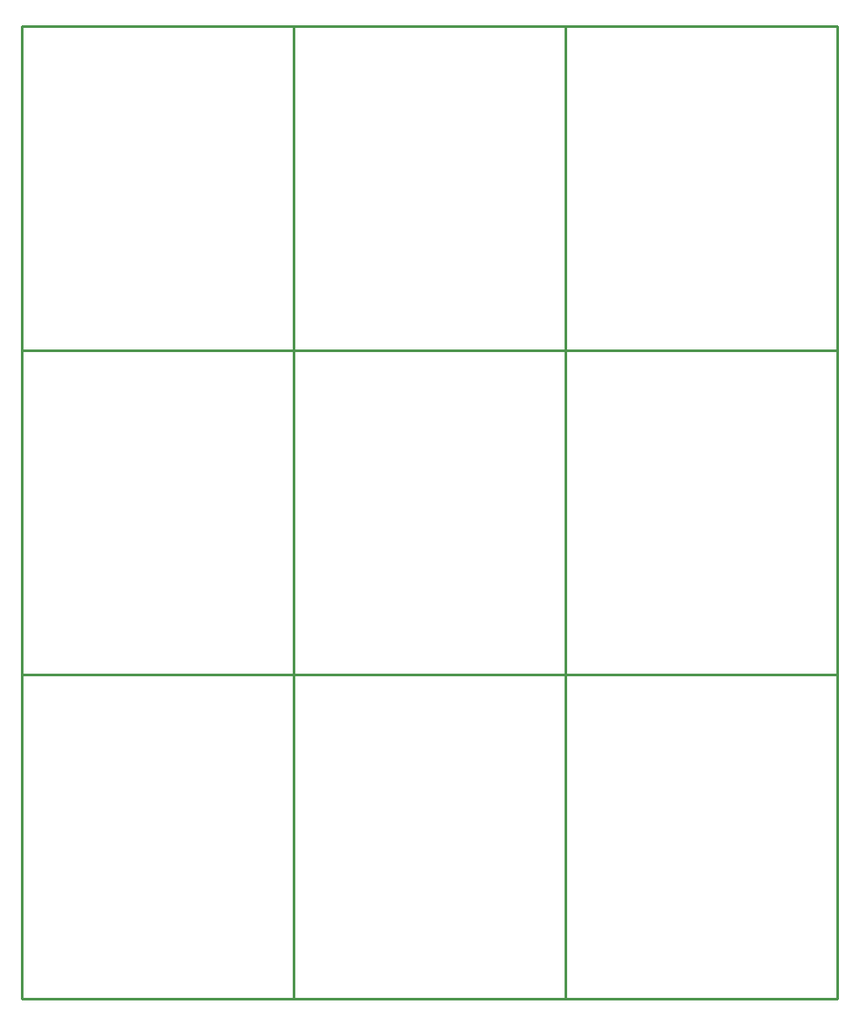
<source format=gm1>
G04 #@! TF.FileFunction,Profile,NP*
%FSLAX46Y46*%
G04 Gerber Fmt 4.6, Leading zero omitted, Abs format (unit mm)*
G04 Created by KiCad (PCBNEW 4.0.1-2.201512121406+6195~38~ubuntu15.10.1-stable) date Monday, December 14, 2015 PM10:15:38 HKT*
%MOMM*%
G01*
G04 APERTURE LIST*
%ADD10C,0.100000*%
%ADD11C,0.254000*%
G04 APERTURE END LIST*
D10*
D11*
X0Y0D02*
X79248000Y0D01*
X0Y31496000D02*
X79248000Y31496000D01*
X0Y62992000D02*
X79248000Y62992000D01*
X0Y94488000D02*
X79248000Y94488000D01*
X79248000Y94488000D02*
X79248000Y0D01*
X52832000Y94488000D02*
X52832000Y0D01*
X26416000Y94488000D02*
X26416000Y0D01*
X0Y94488000D02*
X0Y0D01*
M02*

</source>
